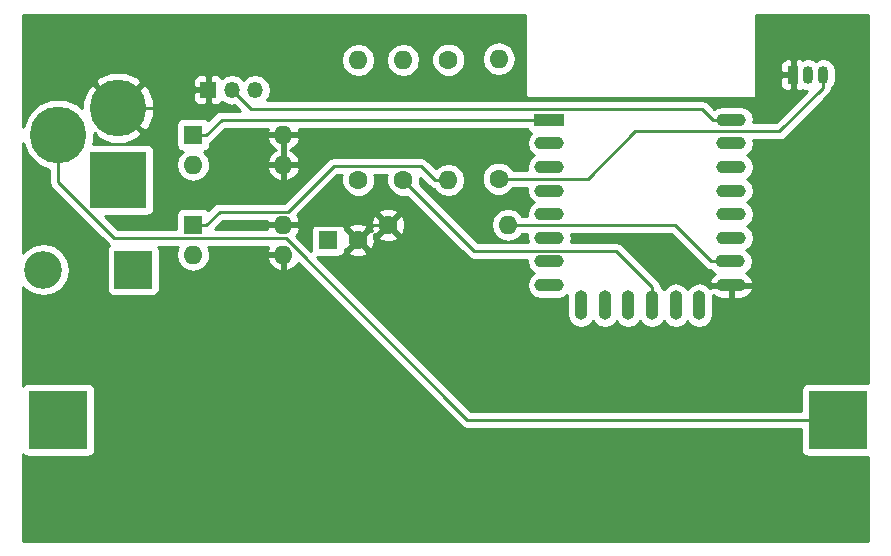
<source format=gbr>
G04 #@! TF.FileFunction,Copper,L1,Top,Signal*
%FSLAX46Y46*%
G04 Gerber Fmt 4.6, Leading zero omitted, Abs format (unit mm)*
G04 Created by KiCad (PCBNEW 4.0.6+dfsg1-1) date Thu Nov  9 23:11:41 2017*
%MOMM*%
%LPD*%
G01*
G04 APERTURE LIST*
%ADD10C,0.100000*%
%ADD11R,5.000000X5.000000*%
%ADD12R,1.600000X1.600000*%
%ADD13C,1.600000*%
%ADD14R,3.200000X3.200000*%
%ADD15O,3.200000X3.200000*%
%ADD16R,1.350000X1.350000*%
%ADD17O,1.350000X1.350000*%
%ADD18C,4.800000*%
%ADD19R,4.800000X4.800000*%
%ADD20O,1.600000X1.600000*%
%ADD21R,2.500000X1.100000*%
%ADD22O,2.500000X1.100000*%
%ADD23O,1.100000X2.500000*%
%ADD24O,0.899160X1.501140*%
%ADD25R,0.899160X1.501140*%
%ADD26C,0.250000*%
%ADD27C,0.254000*%
G04 APERTURE END LIST*
D10*
D11*
X158750000Y-105410000D03*
X92710000Y-105410000D03*
D12*
X115570000Y-90170000D03*
D13*
X118070000Y-90170000D03*
D14*
X99060000Y-92710000D03*
D15*
X91440000Y-92710000D03*
D16*
X105410000Y-77470000D03*
D17*
X107410000Y-77470000D03*
X109410000Y-77470000D03*
D18*
X97790000Y-78990000D03*
D19*
X97790000Y-85090000D03*
D18*
X92710000Y-81280000D03*
D13*
X130000000Y-85000000D03*
D20*
X130000000Y-74840000D03*
D13*
X125730000Y-74930000D03*
D20*
X125730000Y-85090000D03*
D13*
X121920000Y-85090000D03*
D20*
X121920000Y-74930000D03*
D13*
X118110000Y-85090000D03*
D20*
X118110000Y-74930000D03*
D13*
X120650000Y-88900000D03*
D20*
X130810000Y-88900000D03*
D12*
X104140000Y-81280000D03*
D20*
X111760000Y-83820000D03*
X104140000Y-83820000D03*
X111760000Y-81280000D03*
D12*
X104140000Y-88900000D03*
D20*
X111760000Y-91440000D03*
X104140000Y-91440000D03*
X111760000Y-88900000D03*
D21*
X134300000Y-80000000D03*
D22*
X134300000Y-82000000D03*
X134300000Y-84000000D03*
X134300000Y-86000000D03*
X134300000Y-88000000D03*
X134300000Y-90000000D03*
X134300000Y-92000000D03*
X134300000Y-94000000D03*
X149700000Y-94000000D03*
X149600000Y-92000000D03*
X149700000Y-90000000D03*
X149700000Y-88000000D03*
X149700000Y-86000000D03*
X149700000Y-84000000D03*
X149700000Y-82000000D03*
X149700000Y-80000000D03*
D23*
X136990000Y-95700000D03*
X138990000Y-95700000D03*
X140990000Y-95700000D03*
X142990000Y-95700000D03*
X144990000Y-95700000D03*
X146990000Y-95700000D03*
D24*
X156210000Y-76200000D03*
X157480000Y-76200000D03*
D25*
X154940000Y-76200000D03*
D26*
X102889700Y-78990000D02*
X104409700Y-77470000D01*
X97790000Y-78990000D02*
X102889700Y-78990000D01*
X105410000Y-77470000D02*
X104409700Y-77470000D01*
X119340000Y-88900000D02*
X118070000Y-90170000D01*
X120650000Y-88900000D02*
X119340000Y-88900000D01*
X116800000Y-88900000D02*
X118070000Y-90170000D01*
X111760000Y-88900000D02*
X116800000Y-88900000D01*
X137538500Y-85000000D02*
X130000000Y-85000000D01*
X141560600Y-80977900D02*
X137538500Y-85000000D01*
X153778000Y-80977900D02*
X141560600Y-80977900D01*
X157480000Y-77275900D02*
X153778000Y-80977900D01*
X157480000Y-76200000D02*
X157480000Y-77275900D01*
X109064700Y-79124700D02*
X107410000Y-77470000D01*
X147249400Y-79124700D02*
X109064700Y-79124700D01*
X148124700Y-80000000D02*
X147249400Y-79124700D01*
X149000000Y-80000000D02*
X148124700Y-80000000D01*
X106545300Y-80000000D02*
X105265300Y-81280000D01*
X135000000Y-80000000D02*
X106545300Y-80000000D01*
X104140000Y-81280000D02*
X105265300Y-81280000D01*
X104140000Y-88900000D02*
X105265300Y-88900000D01*
X125730000Y-85090000D02*
X124604700Y-85090000D01*
X106390600Y-87774700D02*
X105265300Y-88900000D01*
X112159600Y-87774700D02*
X106390600Y-87774700D01*
X116026000Y-83908300D02*
X112159600Y-87774700D01*
X123423000Y-83908300D02*
X116026000Y-83908300D01*
X124604700Y-85090000D02*
X123423000Y-83908300D01*
X142990000Y-95000000D02*
X142990000Y-94124700D01*
X127944400Y-91114400D02*
X121920000Y-85090000D01*
X139979700Y-91114400D02*
X127944400Y-91114400D01*
X142990000Y-94124700D02*
X139979700Y-91114400D01*
X144924700Y-88900000D02*
X130810000Y-88900000D01*
X148024700Y-92000000D02*
X144924700Y-88900000D01*
X149000000Y-92000000D02*
X148024700Y-92000000D01*
X127345400Y-105410000D02*
X158750000Y-105410000D01*
X111960800Y-90025400D02*
X127345400Y-105410000D01*
X97447800Y-90025400D02*
X111960800Y-90025400D01*
X92710000Y-85287600D02*
X97447800Y-90025400D01*
X92710000Y-81280000D02*
X92710000Y-85287600D01*
D27*
G36*
X90135552Y-82996943D02*
X90988566Y-83851447D01*
X91950000Y-84250670D01*
X91950000Y-85287600D01*
X92007852Y-85578439D01*
X92172599Y-85825001D01*
X96910399Y-90562801D01*
X97021917Y-90637315D01*
X97008559Y-90645910D01*
X96863569Y-90858110D01*
X96812560Y-91110000D01*
X96812560Y-94310000D01*
X96856838Y-94545317D01*
X96995910Y-94761441D01*
X97208110Y-94906431D01*
X97460000Y-94957440D01*
X100660000Y-94957440D01*
X100895317Y-94913162D01*
X101111441Y-94774090D01*
X101256431Y-94561890D01*
X101307440Y-94310000D01*
X101307440Y-91110000D01*
X101263162Y-90874683D01*
X101205710Y-90785400D01*
X102856579Y-90785400D01*
X102786120Y-90890849D01*
X102676887Y-91440000D01*
X102786120Y-91989151D01*
X103097189Y-92454698D01*
X103562736Y-92765767D01*
X104111887Y-92875000D01*
X104168113Y-92875000D01*
X104717264Y-92765767D01*
X105182811Y-92454698D01*
X105493880Y-91989151D01*
X105533684Y-91789039D01*
X110368096Y-91789039D01*
X110528959Y-92177423D01*
X110904866Y-92592389D01*
X111410959Y-92831914D01*
X111633000Y-92710629D01*
X111633000Y-91567000D01*
X110490085Y-91567000D01*
X110368096Y-91789039D01*
X105533684Y-91789039D01*
X105603113Y-91440000D01*
X105493880Y-90890849D01*
X105423421Y-90785400D01*
X110494655Y-90785400D01*
X110368096Y-91090961D01*
X110490085Y-91313000D01*
X111633000Y-91313000D01*
X111633000Y-91293000D01*
X111887000Y-91293000D01*
X111887000Y-91313000D01*
X111907000Y-91313000D01*
X111907000Y-91567000D01*
X111887000Y-91567000D01*
X111887000Y-92710629D01*
X112109041Y-92831914D01*
X112615134Y-92592389D01*
X112991041Y-92177423D01*
X113004800Y-92144202D01*
X126807999Y-105947401D01*
X127054561Y-106112148D01*
X127345400Y-106170000D01*
X155602560Y-106170000D01*
X155602560Y-107910000D01*
X155646838Y-108145317D01*
X155785910Y-108361441D01*
X155998110Y-108506431D01*
X156250000Y-108557440D01*
X161250000Y-108557440D01*
X161290000Y-108549913D01*
X161290000Y-115690000D01*
X89710000Y-115690000D01*
X89710000Y-108305635D01*
X89745910Y-108361441D01*
X89958110Y-108506431D01*
X90210000Y-108557440D01*
X95210000Y-108557440D01*
X95445317Y-108513162D01*
X95661441Y-108374090D01*
X95806431Y-108161890D01*
X95857440Y-107910000D01*
X95857440Y-102910000D01*
X95813162Y-102674683D01*
X95674090Y-102458559D01*
X95461890Y-102313569D01*
X95210000Y-102262560D01*
X90210000Y-102262560D01*
X89974683Y-102306838D01*
X89758559Y-102445910D01*
X89710000Y-102516978D01*
X89710000Y-94131998D01*
X89815830Y-94290384D01*
X90540917Y-94774871D01*
X91396214Y-94945000D01*
X91483786Y-94945000D01*
X92339083Y-94774871D01*
X93064170Y-94290384D01*
X93548657Y-93565297D01*
X93718786Y-92710000D01*
X93548657Y-91854703D01*
X93064170Y-91129616D01*
X92339083Y-90645129D01*
X91483786Y-90475000D01*
X91396214Y-90475000D01*
X90540917Y-90645129D01*
X89815830Y-91129616D01*
X89710000Y-91288002D01*
X89710000Y-81967029D01*
X90135552Y-82996943D01*
X90135552Y-82996943D01*
G37*
X90135552Y-82996943D02*
X90988566Y-83851447D01*
X91950000Y-84250670D01*
X91950000Y-85287600D01*
X92007852Y-85578439D01*
X92172599Y-85825001D01*
X96910399Y-90562801D01*
X97021917Y-90637315D01*
X97008559Y-90645910D01*
X96863569Y-90858110D01*
X96812560Y-91110000D01*
X96812560Y-94310000D01*
X96856838Y-94545317D01*
X96995910Y-94761441D01*
X97208110Y-94906431D01*
X97460000Y-94957440D01*
X100660000Y-94957440D01*
X100895317Y-94913162D01*
X101111441Y-94774090D01*
X101256431Y-94561890D01*
X101307440Y-94310000D01*
X101307440Y-91110000D01*
X101263162Y-90874683D01*
X101205710Y-90785400D01*
X102856579Y-90785400D01*
X102786120Y-90890849D01*
X102676887Y-91440000D01*
X102786120Y-91989151D01*
X103097189Y-92454698D01*
X103562736Y-92765767D01*
X104111887Y-92875000D01*
X104168113Y-92875000D01*
X104717264Y-92765767D01*
X105182811Y-92454698D01*
X105493880Y-91989151D01*
X105533684Y-91789039D01*
X110368096Y-91789039D01*
X110528959Y-92177423D01*
X110904866Y-92592389D01*
X111410959Y-92831914D01*
X111633000Y-92710629D01*
X111633000Y-91567000D01*
X110490085Y-91567000D01*
X110368096Y-91789039D01*
X105533684Y-91789039D01*
X105603113Y-91440000D01*
X105493880Y-90890849D01*
X105423421Y-90785400D01*
X110494655Y-90785400D01*
X110368096Y-91090961D01*
X110490085Y-91313000D01*
X111633000Y-91313000D01*
X111633000Y-91293000D01*
X111887000Y-91293000D01*
X111887000Y-91313000D01*
X111907000Y-91313000D01*
X111907000Y-91567000D01*
X111887000Y-91567000D01*
X111887000Y-92710629D01*
X112109041Y-92831914D01*
X112615134Y-92592389D01*
X112991041Y-92177423D01*
X113004800Y-92144202D01*
X126807999Y-105947401D01*
X127054561Y-106112148D01*
X127345400Y-106170000D01*
X155602560Y-106170000D01*
X155602560Y-107910000D01*
X155646838Y-108145317D01*
X155785910Y-108361441D01*
X155998110Y-108506431D01*
X156250000Y-108557440D01*
X161250000Y-108557440D01*
X161290000Y-108549913D01*
X161290000Y-115690000D01*
X89710000Y-115690000D01*
X89710000Y-108305635D01*
X89745910Y-108361441D01*
X89958110Y-108506431D01*
X90210000Y-108557440D01*
X95210000Y-108557440D01*
X95445317Y-108513162D01*
X95661441Y-108374090D01*
X95806431Y-108161890D01*
X95857440Y-107910000D01*
X95857440Y-102910000D01*
X95813162Y-102674683D01*
X95674090Y-102458559D01*
X95461890Y-102313569D01*
X95210000Y-102262560D01*
X90210000Y-102262560D01*
X89974683Y-102306838D01*
X89758559Y-102445910D01*
X89710000Y-102516978D01*
X89710000Y-94131998D01*
X89815830Y-94290384D01*
X90540917Y-94774871D01*
X91396214Y-94945000D01*
X91483786Y-94945000D01*
X92339083Y-94774871D01*
X93064170Y-94290384D01*
X93548657Y-93565297D01*
X93718786Y-92710000D01*
X93548657Y-91854703D01*
X93064170Y-91129616D01*
X92339083Y-90645129D01*
X91483786Y-90475000D01*
X91396214Y-90475000D01*
X90540917Y-90645129D01*
X89815830Y-91129616D01*
X89710000Y-91288002D01*
X89710000Y-81967029D01*
X90135552Y-82996943D01*
G36*
X132273000Y-78000000D02*
X132281685Y-78046159D01*
X132282652Y-78047662D01*
X132283006Y-78049410D01*
X132296248Y-78068791D01*
X132308965Y-78088553D01*
X132310440Y-78089560D01*
X132311447Y-78091035D01*
X132331209Y-78103752D01*
X132350590Y-78116994D01*
X132352338Y-78117348D01*
X132353841Y-78118315D01*
X132400000Y-78127000D01*
X151700000Y-78127000D01*
X151746159Y-78118315D01*
X151747662Y-78117348D01*
X151749410Y-78116994D01*
X151768791Y-78103752D01*
X151788553Y-78091035D01*
X151789560Y-78089560D01*
X151791035Y-78088553D01*
X151803752Y-78068791D01*
X151816994Y-78049410D01*
X151817348Y-78047662D01*
X151818315Y-78046159D01*
X151827000Y-78000000D01*
X151827000Y-76485750D01*
X153855420Y-76485750D01*
X153855420Y-77076880D01*
X153952093Y-77310269D01*
X154130722Y-77488897D01*
X154364111Y-77585570D01*
X154654250Y-77585570D01*
X154813000Y-77426820D01*
X154813000Y-76327000D01*
X154014170Y-76327000D01*
X153855420Y-76485750D01*
X151827000Y-76485750D01*
X151827000Y-75323120D01*
X153855420Y-75323120D01*
X153855420Y-75914250D01*
X154014170Y-76073000D01*
X154813000Y-76073000D01*
X154813000Y-74973180D01*
X154654250Y-74814430D01*
X154364111Y-74814430D01*
X154130722Y-74911103D01*
X153952093Y-75089731D01*
X153855420Y-75323120D01*
X151827000Y-75323120D01*
X151827000Y-71110000D01*
X161290000Y-71110000D01*
X161290000Y-102270660D01*
X161250000Y-102262560D01*
X156250000Y-102262560D01*
X156014683Y-102306838D01*
X155798559Y-102445910D01*
X155653569Y-102658110D01*
X155602560Y-102910000D01*
X155602560Y-104650000D01*
X127660202Y-104650000D01*
X114591494Y-91581292D01*
X114770000Y-91617440D01*
X116370000Y-91617440D01*
X116605317Y-91573162D01*
X116821441Y-91434090D01*
X116966431Y-91221890D01*
X116975370Y-91177745D01*
X117241861Y-91177745D01*
X117315995Y-91423864D01*
X117853223Y-91616965D01*
X118423454Y-91589778D01*
X118824005Y-91423864D01*
X118898139Y-91177745D01*
X118070000Y-90349605D01*
X117241861Y-91177745D01*
X116975370Y-91177745D01*
X117014646Y-90983799D01*
X117062255Y-90998139D01*
X117890395Y-90170000D01*
X118249605Y-90170000D01*
X119077745Y-90998139D01*
X119323864Y-90924005D01*
X119516965Y-90386777D01*
X119494127Y-89907745D01*
X119821861Y-89907745D01*
X119895995Y-90153864D01*
X120433223Y-90346965D01*
X121003454Y-90319778D01*
X121404005Y-90153864D01*
X121478139Y-89907745D01*
X120650000Y-89079605D01*
X119821861Y-89907745D01*
X119494127Y-89907745D01*
X119489778Y-89816546D01*
X119426202Y-89663061D01*
X119642255Y-89728139D01*
X120470395Y-88900000D01*
X120829605Y-88900000D01*
X121657745Y-89728139D01*
X121903864Y-89654005D01*
X122096965Y-89116777D01*
X122069778Y-88546546D01*
X121903864Y-88145995D01*
X121657745Y-88071861D01*
X120829605Y-88900000D01*
X120470395Y-88900000D01*
X119642255Y-88071861D01*
X119396136Y-88145995D01*
X119203035Y-88683223D01*
X119230222Y-89253454D01*
X119293798Y-89406939D01*
X119077745Y-89341861D01*
X118249605Y-90170000D01*
X117890395Y-90170000D01*
X117062255Y-89341861D01*
X117014833Y-89356145D01*
X116978351Y-89162255D01*
X117241861Y-89162255D01*
X118070000Y-89990395D01*
X118898139Y-89162255D01*
X118824005Y-88916136D01*
X118286777Y-88723035D01*
X117716546Y-88750222D01*
X117315995Y-88916136D01*
X117241861Y-89162255D01*
X116978351Y-89162255D01*
X116973162Y-89134683D01*
X116834090Y-88918559D01*
X116621890Y-88773569D01*
X116370000Y-88722560D01*
X114770000Y-88722560D01*
X114534683Y-88766838D01*
X114318559Y-88905910D01*
X114173569Y-89118110D01*
X114122560Y-89370000D01*
X114122560Y-90970000D01*
X114155555Y-91145353D01*
X112827813Y-89817611D01*
X112991041Y-89637423D01*
X113151904Y-89249039D01*
X113029915Y-89027000D01*
X111887000Y-89027000D01*
X111887000Y-89047000D01*
X111633000Y-89047000D01*
X111633000Y-89027000D01*
X110490085Y-89027000D01*
X110368096Y-89249039D01*
X110374872Y-89265400D01*
X105974702Y-89265400D01*
X106705402Y-88534700D01*
X110374831Y-88534700D01*
X110368096Y-88550961D01*
X110490085Y-88773000D01*
X111633000Y-88773000D01*
X111633000Y-88753000D01*
X111887000Y-88753000D01*
X111887000Y-88773000D01*
X113029915Y-88773000D01*
X113151904Y-88550961D01*
X112991041Y-88162577D01*
X112922352Y-88086750D01*
X113116847Y-87892255D01*
X119821861Y-87892255D01*
X120650000Y-88720395D01*
X121478139Y-87892255D01*
X121404005Y-87646136D01*
X120866777Y-87453035D01*
X120296546Y-87480222D01*
X119895995Y-87646136D01*
X119821861Y-87892255D01*
X113116847Y-87892255D01*
X116340802Y-84668300D01*
X116731311Y-84668300D01*
X116675250Y-84803309D01*
X116674752Y-85374187D01*
X116892757Y-85901800D01*
X117296077Y-86305824D01*
X117823309Y-86524750D01*
X118394187Y-86525248D01*
X118921800Y-86307243D01*
X119325824Y-85903923D01*
X119544750Y-85376691D01*
X119545248Y-84805813D01*
X119488429Y-84668300D01*
X120541311Y-84668300D01*
X120485250Y-84803309D01*
X120484752Y-85374187D01*
X120702757Y-85901800D01*
X121106077Y-86305824D01*
X121633309Y-86524750D01*
X122204187Y-86525248D01*
X122258149Y-86502951D01*
X127406999Y-91651801D01*
X127653560Y-91816548D01*
X127944400Y-91874400D01*
X132403054Y-91874400D01*
X132378071Y-92000000D01*
X132468274Y-92453480D01*
X132725149Y-92837922D01*
X132967717Y-93000000D01*
X132725149Y-93162078D01*
X132468274Y-93546520D01*
X132378071Y-94000000D01*
X132468274Y-94453480D01*
X132725149Y-94837922D01*
X133109591Y-95094797D01*
X133563071Y-95185000D01*
X135036929Y-95185000D01*
X135490409Y-95094797D01*
X135823003Y-94872566D01*
X135805000Y-94963071D01*
X135805000Y-96436929D01*
X135895203Y-96890409D01*
X136152078Y-97274851D01*
X136536520Y-97531726D01*
X136990000Y-97621929D01*
X137443480Y-97531726D01*
X137827922Y-97274851D01*
X137990000Y-97032283D01*
X138152078Y-97274851D01*
X138536520Y-97531726D01*
X138990000Y-97621929D01*
X139443480Y-97531726D01*
X139827922Y-97274851D01*
X139990000Y-97032283D01*
X140152078Y-97274851D01*
X140536520Y-97531726D01*
X140990000Y-97621929D01*
X141443480Y-97531726D01*
X141827922Y-97274851D01*
X141990000Y-97032283D01*
X142152078Y-97274851D01*
X142536520Y-97531726D01*
X142990000Y-97621929D01*
X143443480Y-97531726D01*
X143827922Y-97274851D01*
X143990000Y-97032283D01*
X144152078Y-97274851D01*
X144536520Y-97531726D01*
X144990000Y-97621929D01*
X145443480Y-97531726D01*
X145827922Y-97274851D01*
X145990000Y-97032283D01*
X146152078Y-97274851D01*
X146536520Y-97531726D01*
X146990000Y-97621929D01*
X147443480Y-97531726D01*
X147827922Y-97274851D01*
X148084797Y-96890409D01*
X148175000Y-96436929D01*
X148175000Y-94963071D01*
X148144190Y-94808177D01*
X148429187Y-95046196D01*
X148873000Y-95185000D01*
X149573000Y-95185000D01*
X149573000Y-94127000D01*
X149827000Y-94127000D01*
X149827000Y-95185000D01*
X150527000Y-95185000D01*
X150970813Y-95046196D01*
X151327724Y-94748118D01*
X151543398Y-94336146D01*
X151543803Y-94309744D01*
X151418361Y-94127000D01*
X149827000Y-94127000D01*
X149573000Y-94127000D01*
X147981639Y-94127000D01*
X147904371Y-94239564D01*
X147827922Y-94125149D01*
X147443480Y-93868274D01*
X146990000Y-93778071D01*
X146536520Y-93868274D01*
X146152078Y-94125149D01*
X145990000Y-94367717D01*
X145827922Y-94125149D01*
X145443480Y-93868274D01*
X144990000Y-93778071D01*
X144536520Y-93868274D01*
X144152078Y-94125149D01*
X143990000Y-94367717D01*
X143827922Y-94125149D01*
X143738159Y-94065171D01*
X143692148Y-93833861D01*
X143527401Y-93587299D01*
X140517101Y-90576999D01*
X140270539Y-90412252D01*
X139979700Y-90354400D01*
X136151434Y-90354400D01*
X136221929Y-90000000D01*
X136154299Y-89660000D01*
X144609898Y-89660000D01*
X147487299Y-92537401D01*
X147733861Y-92702148D01*
X147965171Y-92748159D01*
X148025149Y-92837922D01*
X148326691Y-93039405D01*
X148072276Y-93251882D01*
X147856602Y-93663854D01*
X147856197Y-93690256D01*
X147981639Y-93873000D01*
X149573000Y-93873000D01*
X149573000Y-93853000D01*
X149827000Y-93853000D01*
X149827000Y-93873000D01*
X151418361Y-93873000D01*
X151543803Y-93690256D01*
X151543398Y-93663854D01*
X151327724Y-93251882D01*
X150984417Y-92965165D01*
X151174851Y-92837922D01*
X151431726Y-92453480D01*
X151521929Y-92000000D01*
X151431726Y-91546520D01*
X151174851Y-91162078D01*
X150982283Y-91033409D01*
X151274851Y-90837922D01*
X151531726Y-90453480D01*
X151621929Y-90000000D01*
X151531726Y-89546520D01*
X151274851Y-89162078D01*
X151032283Y-89000000D01*
X151274851Y-88837922D01*
X151531726Y-88453480D01*
X151621929Y-88000000D01*
X151531726Y-87546520D01*
X151274851Y-87162078D01*
X151032283Y-87000000D01*
X151274851Y-86837922D01*
X151531726Y-86453480D01*
X151621929Y-86000000D01*
X151531726Y-85546520D01*
X151274851Y-85162078D01*
X151032283Y-85000000D01*
X151274851Y-84837922D01*
X151531726Y-84453480D01*
X151621929Y-84000000D01*
X151531726Y-83546520D01*
X151274851Y-83162078D01*
X151032283Y-83000000D01*
X151274851Y-82837922D01*
X151531726Y-82453480D01*
X151621929Y-82000000D01*
X151569794Y-81737900D01*
X153778000Y-81737900D01*
X154068839Y-81680048D01*
X154315401Y-81515301D01*
X158017401Y-77813301D01*
X158182148Y-77566739D01*
X158234547Y-77303312D01*
X158246914Y-77295049D01*
X158482021Y-76943186D01*
X158564580Y-76528135D01*
X158564580Y-75871865D01*
X158482021Y-75456814D01*
X158246914Y-75104951D01*
X157895051Y-74869844D01*
X157480000Y-74787285D01*
X157064949Y-74869844D01*
X156845000Y-75016809D01*
X156625051Y-74869844D01*
X156210000Y-74787285D01*
X155794949Y-74869844D01*
X155739353Y-74906992D01*
X155515889Y-74814430D01*
X155225750Y-74814430D01*
X155067000Y-74973180D01*
X155067000Y-76073000D01*
X155087000Y-76073000D01*
X155087000Y-76327000D01*
X155067000Y-76327000D01*
X155067000Y-77426820D01*
X155225750Y-77585570D01*
X155515889Y-77585570D01*
X155739353Y-77493008D01*
X155794949Y-77530156D01*
X156091879Y-77589219D01*
X153463198Y-80217900D01*
X151578586Y-80217900D01*
X151621929Y-80000000D01*
X151531726Y-79546520D01*
X151274851Y-79162078D01*
X150890409Y-78905203D01*
X150436929Y-78815000D01*
X148963071Y-78815000D01*
X148509591Y-78905203D01*
X148266879Y-79067377D01*
X147786801Y-78587299D01*
X147540239Y-78422552D01*
X147249400Y-78364700D01*
X110374579Y-78364700D01*
X110620282Y-77996979D01*
X110720000Y-77495664D01*
X110720000Y-77444336D01*
X110620282Y-76943021D01*
X110336310Y-76518026D01*
X109911315Y-76234054D01*
X109410000Y-76134336D01*
X108908685Y-76234054D01*
X108483690Y-76518026D01*
X108410000Y-76628311D01*
X108336310Y-76518026D01*
X107911315Y-76234054D01*
X107410000Y-76134336D01*
X106908685Y-76234054D01*
X106616986Y-76428961D01*
X106444699Y-76256673D01*
X106211310Y-76160000D01*
X105695750Y-76160000D01*
X105537000Y-76318750D01*
X105537000Y-77343000D01*
X105557000Y-77343000D01*
X105557000Y-77597000D01*
X105537000Y-77597000D01*
X105537000Y-78621250D01*
X105695750Y-78780000D01*
X106211310Y-78780000D01*
X106444699Y-78683327D01*
X106616986Y-78511039D01*
X106908685Y-78705946D01*
X107410000Y-78805664D01*
X107627582Y-78762384D01*
X108105198Y-79240000D01*
X106545300Y-79240000D01*
X106254460Y-79297852D01*
X106007899Y-79462599D01*
X105418909Y-80051589D01*
X105404090Y-80028559D01*
X105191890Y-79883569D01*
X104940000Y-79832560D01*
X103340000Y-79832560D01*
X103104683Y-79876838D01*
X102888559Y-80015910D01*
X102743569Y-80228110D01*
X102692560Y-80480000D01*
X102692560Y-82080000D01*
X102736838Y-82315317D01*
X102875910Y-82531441D01*
X103088110Y-82676431D01*
X103243089Y-82707815D01*
X103097189Y-82805302D01*
X102786120Y-83270849D01*
X102676887Y-83820000D01*
X102786120Y-84369151D01*
X103097189Y-84834698D01*
X103562736Y-85145767D01*
X104111887Y-85255000D01*
X104168113Y-85255000D01*
X104717264Y-85145767D01*
X105182811Y-84834698D01*
X105493880Y-84369151D01*
X105533684Y-84169039D01*
X110368096Y-84169039D01*
X110528959Y-84557423D01*
X110904866Y-84972389D01*
X111410959Y-85211914D01*
X111633000Y-85090629D01*
X111633000Y-83947000D01*
X111887000Y-83947000D01*
X111887000Y-85090629D01*
X112109041Y-85211914D01*
X112615134Y-84972389D01*
X112991041Y-84557423D01*
X113151904Y-84169039D01*
X113029915Y-83947000D01*
X111887000Y-83947000D01*
X111633000Y-83947000D01*
X110490085Y-83947000D01*
X110368096Y-84169039D01*
X105533684Y-84169039D01*
X105603113Y-83820000D01*
X105493880Y-83270849D01*
X105182811Y-82805302D01*
X105038535Y-82708899D01*
X105175317Y-82683162D01*
X105391441Y-82544090D01*
X105536431Y-82331890D01*
X105587440Y-82080000D01*
X105587440Y-81961233D01*
X105802701Y-81817401D01*
X105991063Y-81629039D01*
X110368096Y-81629039D01*
X110528959Y-82017423D01*
X110904866Y-82432389D01*
X111153367Y-82550000D01*
X110904866Y-82667611D01*
X110528959Y-83082577D01*
X110368096Y-83470961D01*
X110490085Y-83693000D01*
X111633000Y-83693000D01*
X111633000Y-81407000D01*
X111887000Y-81407000D01*
X111887000Y-83693000D01*
X113029915Y-83693000D01*
X113151904Y-83470961D01*
X112991041Y-83082577D01*
X112615134Y-82667611D01*
X112366633Y-82550000D01*
X112615134Y-82432389D01*
X112991041Y-82017423D01*
X113151904Y-81629039D01*
X113029915Y-81407000D01*
X111887000Y-81407000D01*
X111633000Y-81407000D01*
X110490085Y-81407000D01*
X110368096Y-81629039D01*
X105991063Y-81629039D01*
X106860102Y-80760000D01*
X110438906Y-80760000D01*
X110368096Y-80930961D01*
X110490085Y-81153000D01*
X111633000Y-81153000D01*
X111633000Y-81133000D01*
X111887000Y-81133000D01*
X111887000Y-81153000D01*
X113029915Y-81153000D01*
X113151904Y-80930961D01*
X113081094Y-80760000D01*
X132442074Y-80760000D01*
X132446838Y-80785317D01*
X132585910Y-81001441D01*
X132773615Y-81129694D01*
X132725149Y-81162078D01*
X132468274Y-81546520D01*
X132378071Y-82000000D01*
X132468274Y-82453480D01*
X132725149Y-82837922D01*
X132967717Y-83000000D01*
X132725149Y-83162078D01*
X132468274Y-83546520D01*
X132378071Y-84000000D01*
X132425810Y-84240000D01*
X131238646Y-84240000D01*
X131217243Y-84188200D01*
X130813923Y-83784176D01*
X130286691Y-83565250D01*
X129715813Y-83564752D01*
X129188200Y-83782757D01*
X128784176Y-84186077D01*
X128565250Y-84713309D01*
X128564752Y-85284187D01*
X128782757Y-85811800D01*
X129186077Y-86215824D01*
X129713309Y-86434750D01*
X130284187Y-86435248D01*
X130811800Y-86217243D01*
X131215824Y-85813923D01*
X131238215Y-85760000D01*
X132425810Y-85760000D01*
X132378071Y-86000000D01*
X132468274Y-86453480D01*
X132725149Y-86837922D01*
X132967717Y-87000000D01*
X132725149Y-87162078D01*
X132468274Y-87546520D01*
X132378071Y-88000000D01*
X132405919Y-88140000D01*
X132022995Y-88140000D01*
X131852811Y-87885302D01*
X131387264Y-87574233D01*
X130838113Y-87465000D01*
X130781887Y-87465000D01*
X130232736Y-87574233D01*
X129767189Y-87885302D01*
X129456120Y-88350849D01*
X129346887Y-88900000D01*
X129456120Y-89449151D01*
X129767189Y-89914698D01*
X130232736Y-90225767D01*
X130781887Y-90335000D01*
X130838113Y-90335000D01*
X131387264Y-90225767D01*
X131852811Y-89914698D01*
X132022995Y-89660000D01*
X132445701Y-89660000D01*
X132378071Y-90000000D01*
X132448566Y-90354400D01*
X128259202Y-90354400D01*
X123333256Y-85428454D01*
X123354750Y-85376691D01*
X123355153Y-84915255D01*
X124067299Y-85627401D01*
X124313860Y-85792148D01*
X124514321Y-85832022D01*
X124715302Y-86132811D01*
X125180849Y-86443880D01*
X125730000Y-86553113D01*
X126279151Y-86443880D01*
X126744698Y-86132811D01*
X127055767Y-85667264D01*
X127165000Y-85118113D01*
X127165000Y-85061887D01*
X127055767Y-84512736D01*
X126744698Y-84047189D01*
X126279151Y-83736120D01*
X125730000Y-83626887D01*
X125180849Y-83736120D01*
X124715302Y-84047189D01*
X124683815Y-84094313D01*
X123960401Y-83370899D01*
X123713839Y-83206152D01*
X123423000Y-83148300D01*
X116026000Y-83148300D01*
X115735160Y-83206152D01*
X115488599Y-83370899D01*
X111844798Y-87014700D01*
X106390600Y-87014700D01*
X106099761Y-87072552D01*
X105853199Y-87237299D01*
X105418909Y-87671589D01*
X105404090Y-87648559D01*
X105191890Y-87503569D01*
X104940000Y-87452560D01*
X103340000Y-87452560D01*
X103104683Y-87496838D01*
X102888559Y-87635910D01*
X102743569Y-87848110D01*
X102692560Y-88100000D01*
X102692560Y-89265400D01*
X97762602Y-89265400D01*
X96634642Y-88137440D01*
X100190000Y-88137440D01*
X100425317Y-88093162D01*
X100641441Y-87954090D01*
X100786431Y-87741890D01*
X100837440Y-87490000D01*
X100837440Y-82690000D01*
X100793162Y-82454683D01*
X100654090Y-82238559D01*
X100441890Y-82093569D01*
X100190000Y-82042560D01*
X95679607Y-82042560D01*
X95744472Y-81886347D01*
X95745058Y-81214550D01*
X95805887Y-81153721D01*
X96075400Y-81566010D01*
X97191713Y-82026072D01*
X98399109Y-82023919D01*
X99504600Y-81566010D01*
X99774114Y-81153719D01*
X97790000Y-79169605D01*
X97775858Y-79183748D01*
X97596253Y-79004143D01*
X97610395Y-78990000D01*
X97969605Y-78990000D01*
X99953719Y-80974114D01*
X100366010Y-80704600D01*
X100826072Y-79588287D01*
X100823919Y-78380891D01*
X100564978Y-77755750D01*
X104100000Y-77755750D01*
X104100000Y-78271309D01*
X104196673Y-78504698D01*
X104375301Y-78683327D01*
X104608690Y-78780000D01*
X105124250Y-78780000D01*
X105283000Y-78621250D01*
X105283000Y-77597000D01*
X104258750Y-77597000D01*
X104100000Y-77755750D01*
X100564978Y-77755750D01*
X100366010Y-77275400D01*
X99953719Y-77005886D01*
X97969605Y-78990000D01*
X97610395Y-78990000D01*
X95626281Y-77005886D01*
X95213990Y-77275400D01*
X94753928Y-78391713D01*
X94755071Y-79032755D01*
X94431434Y-78708553D01*
X93316347Y-78245528D01*
X92108950Y-78244474D01*
X90993057Y-78705552D01*
X90138553Y-79558566D01*
X89710000Y-80590635D01*
X89710000Y-76826281D01*
X95805886Y-76826281D01*
X97790000Y-78810395D01*
X99774114Y-76826281D01*
X99671098Y-76668691D01*
X104100000Y-76668691D01*
X104100000Y-77184250D01*
X104258750Y-77343000D01*
X105283000Y-77343000D01*
X105283000Y-76318750D01*
X105124250Y-76160000D01*
X104608690Y-76160000D01*
X104375301Y-76256673D01*
X104196673Y-76435302D01*
X104100000Y-76668691D01*
X99671098Y-76668691D01*
X99504600Y-76413990D01*
X98388287Y-75953928D01*
X97180891Y-75956081D01*
X96075400Y-76413990D01*
X95805886Y-76826281D01*
X89710000Y-76826281D01*
X89710000Y-74901887D01*
X116675000Y-74901887D01*
X116675000Y-74958113D01*
X116784233Y-75507264D01*
X117095302Y-75972811D01*
X117560849Y-76283880D01*
X118110000Y-76393113D01*
X118659151Y-76283880D01*
X119124698Y-75972811D01*
X119435767Y-75507264D01*
X119545000Y-74958113D01*
X119545000Y-74901887D01*
X120485000Y-74901887D01*
X120485000Y-74958113D01*
X120594233Y-75507264D01*
X120905302Y-75972811D01*
X121370849Y-76283880D01*
X121920000Y-76393113D01*
X122469151Y-76283880D01*
X122934698Y-75972811D01*
X123245767Y-75507264D01*
X123304063Y-75214187D01*
X124294752Y-75214187D01*
X124512757Y-75741800D01*
X124916077Y-76145824D01*
X125443309Y-76364750D01*
X126014187Y-76365248D01*
X126541800Y-76147243D01*
X126945824Y-75743923D01*
X127164750Y-75216691D01*
X127165103Y-74811887D01*
X128565000Y-74811887D01*
X128565000Y-74868113D01*
X128674233Y-75417264D01*
X128985302Y-75882811D01*
X129450849Y-76193880D01*
X130000000Y-76303113D01*
X130549151Y-76193880D01*
X131014698Y-75882811D01*
X131325767Y-75417264D01*
X131435000Y-74868113D01*
X131435000Y-74811887D01*
X131325767Y-74262736D01*
X131014698Y-73797189D01*
X130549151Y-73486120D01*
X130000000Y-73376887D01*
X129450849Y-73486120D01*
X128985302Y-73797189D01*
X128674233Y-74262736D01*
X128565000Y-74811887D01*
X127165103Y-74811887D01*
X127165248Y-74645813D01*
X126947243Y-74118200D01*
X126543923Y-73714176D01*
X126016691Y-73495250D01*
X125445813Y-73494752D01*
X124918200Y-73712757D01*
X124514176Y-74116077D01*
X124295250Y-74643309D01*
X124294752Y-75214187D01*
X123304063Y-75214187D01*
X123355000Y-74958113D01*
X123355000Y-74901887D01*
X123245767Y-74352736D01*
X122934698Y-73887189D01*
X122469151Y-73576120D01*
X121920000Y-73466887D01*
X121370849Y-73576120D01*
X120905302Y-73887189D01*
X120594233Y-74352736D01*
X120485000Y-74901887D01*
X119545000Y-74901887D01*
X119435767Y-74352736D01*
X119124698Y-73887189D01*
X118659151Y-73576120D01*
X118110000Y-73466887D01*
X117560849Y-73576120D01*
X117095302Y-73887189D01*
X116784233Y-74352736D01*
X116675000Y-74901887D01*
X89710000Y-74901887D01*
X89710000Y-71110000D01*
X132273000Y-71110000D01*
X132273000Y-78000000D01*
X132273000Y-78000000D01*
G37*
X132273000Y-78000000D02*
X132281685Y-78046159D01*
X132282652Y-78047662D01*
X132283006Y-78049410D01*
X132296248Y-78068791D01*
X132308965Y-78088553D01*
X132310440Y-78089560D01*
X132311447Y-78091035D01*
X132331209Y-78103752D01*
X132350590Y-78116994D01*
X132352338Y-78117348D01*
X132353841Y-78118315D01*
X132400000Y-78127000D01*
X151700000Y-78127000D01*
X151746159Y-78118315D01*
X151747662Y-78117348D01*
X151749410Y-78116994D01*
X151768791Y-78103752D01*
X151788553Y-78091035D01*
X151789560Y-78089560D01*
X151791035Y-78088553D01*
X151803752Y-78068791D01*
X151816994Y-78049410D01*
X151817348Y-78047662D01*
X151818315Y-78046159D01*
X151827000Y-78000000D01*
X151827000Y-76485750D01*
X153855420Y-76485750D01*
X153855420Y-77076880D01*
X153952093Y-77310269D01*
X154130722Y-77488897D01*
X154364111Y-77585570D01*
X154654250Y-77585570D01*
X154813000Y-77426820D01*
X154813000Y-76327000D01*
X154014170Y-76327000D01*
X153855420Y-76485750D01*
X151827000Y-76485750D01*
X151827000Y-75323120D01*
X153855420Y-75323120D01*
X153855420Y-75914250D01*
X154014170Y-76073000D01*
X154813000Y-76073000D01*
X154813000Y-74973180D01*
X154654250Y-74814430D01*
X154364111Y-74814430D01*
X154130722Y-74911103D01*
X153952093Y-75089731D01*
X153855420Y-75323120D01*
X151827000Y-75323120D01*
X151827000Y-71110000D01*
X161290000Y-71110000D01*
X161290000Y-102270660D01*
X161250000Y-102262560D01*
X156250000Y-102262560D01*
X156014683Y-102306838D01*
X155798559Y-102445910D01*
X155653569Y-102658110D01*
X155602560Y-102910000D01*
X155602560Y-104650000D01*
X127660202Y-104650000D01*
X114591494Y-91581292D01*
X114770000Y-91617440D01*
X116370000Y-91617440D01*
X116605317Y-91573162D01*
X116821441Y-91434090D01*
X116966431Y-91221890D01*
X116975370Y-91177745D01*
X117241861Y-91177745D01*
X117315995Y-91423864D01*
X117853223Y-91616965D01*
X118423454Y-91589778D01*
X118824005Y-91423864D01*
X118898139Y-91177745D01*
X118070000Y-90349605D01*
X117241861Y-91177745D01*
X116975370Y-91177745D01*
X117014646Y-90983799D01*
X117062255Y-90998139D01*
X117890395Y-90170000D01*
X118249605Y-90170000D01*
X119077745Y-90998139D01*
X119323864Y-90924005D01*
X119516965Y-90386777D01*
X119494127Y-89907745D01*
X119821861Y-89907745D01*
X119895995Y-90153864D01*
X120433223Y-90346965D01*
X121003454Y-90319778D01*
X121404005Y-90153864D01*
X121478139Y-89907745D01*
X120650000Y-89079605D01*
X119821861Y-89907745D01*
X119494127Y-89907745D01*
X119489778Y-89816546D01*
X119426202Y-89663061D01*
X119642255Y-89728139D01*
X120470395Y-88900000D01*
X120829605Y-88900000D01*
X121657745Y-89728139D01*
X121903864Y-89654005D01*
X122096965Y-89116777D01*
X122069778Y-88546546D01*
X121903864Y-88145995D01*
X121657745Y-88071861D01*
X120829605Y-88900000D01*
X120470395Y-88900000D01*
X119642255Y-88071861D01*
X119396136Y-88145995D01*
X119203035Y-88683223D01*
X119230222Y-89253454D01*
X119293798Y-89406939D01*
X119077745Y-89341861D01*
X118249605Y-90170000D01*
X117890395Y-90170000D01*
X117062255Y-89341861D01*
X117014833Y-89356145D01*
X116978351Y-89162255D01*
X117241861Y-89162255D01*
X118070000Y-89990395D01*
X118898139Y-89162255D01*
X118824005Y-88916136D01*
X118286777Y-88723035D01*
X117716546Y-88750222D01*
X117315995Y-88916136D01*
X117241861Y-89162255D01*
X116978351Y-89162255D01*
X116973162Y-89134683D01*
X116834090Y-88918559D01*
X116621890Y-88773569D01*
X116370000Y-88722560D01*
X114770000Y-88722560D01*
X114534683Y-88766838D01*
X114318559Y-88905910D01*
X114173569Y-89118110D01*
X114122560Y-89370000D01*
X114122560Y-90970000D01*
X114155555Y-91145353D01*
X112827813Y-89817611D01*
X112991041Y-89637423D01*
X113151904Y-89249039D01*
X113029915Y-89027000D01*
X111887000Y-89027000D01*
X111887000Y-89047000D01*
X111633000Y-89047000D01*
X111633000Y-89027000D01*
X110490085Y-89027000D01*
X110368096Y-89249039D01*
X110374872Y-89265400D01*
X105974702Y-89265400D01*
X106705402Y-88534700D01*
X110374831Y-88534700D01*
X110368096Y-88550961D01*
X110490085Y-88773000D01*
X111633000Y-88773000D01*
X111633000Y-88753000D01*
X111887000Y-88753000D01*
X111887000Y-88773000D01*
X113029915Y-88773000D01*
X113151904Y-88550961D01*
X112991041Y-88162577D01*
X112922352Y-88086750D01*
X113116847Y-87892255D01*
X119821861Y-87892255D01*
X120650000Y-88720395D01*
X121478139Y-87892255D01*
X121404005Y-87646136D01*
X120866777Y-87453035D01*
X120296546Y-87480222D01*
X119895995Y-87646136D01*
X119821861Y-87892255D01*
X113116847Y-87892255D01*
X116340802Y-84668300D01*
X116731311Y-84668300D01*
X116675250Y-84803309D01*
X116674752Y-85374187D01*
X116892757Y-85901800D01*
X117296077Y-86305824D01*
X117823309Y-86524750D01*
X118394187Y-86525248D01*
X118921800Y-86307243D01*
X119325824Y-85903923D01*
X119544750Y-85376691D01*
X119545248Y-84805813D01*
X119488429Y-84668300D01*
X120541311Y-84668300D01*
X120485250Y-84803309D01*
X120484752Y-85374187D01*
X120702757Y-85901800D01*
X121106077Y-86305824D01*
X121633309Y-86524750D01*
X122204187Y-86525248D01*
X122258149Y-86502951D01*
X127406999Y-91651801D01*
X127653560Y-91816548D01*
X127944400Y-91874400D01*
X132403054Y-91874400D01*
X132378071Y-92000000D01*
X132468274Y-92453480D01*
X132725149Y-92837922D01*
X132967717Y-93000000D01*
X132725149Y-93162078D01*
X132468274Y-93546520D01*
X132378071Y-94000000D01*
X132468274Y-94453480D01*
X132725149Y-94837922D01*
X133109591Y-95094797D01*
X133563071Y-95185000D01*
X135036929Y-95185000D01*
X135490409Y-95094797D01*
X135823003Y-94872566D01*
X135805000Y-94963071D01*
X135805000Y-96436929D01*
X135895203Y-96890409D01*
X136152078Y-97274851D01*
X136536520Y-97531726D01*
X136990000Y-97621929D01*
X137443480Y-97531726D01*
X137827922Y-97274851D01*
X137990000Y-97032283D01*
X138152078Y-97274851D01*
X138536520Y-97531726D01*
X138990000Y-97621929D01*
X139443480Y-97531726D01*
X139827922Y-97274851D01*
X139990000Y-97032283D01*
X140152078Y-97274851D01*
X140536520Y-97531726D01*
X140990000Y-97621929D01*
X141443480Y-97531726D01*
X141827922Y-97274851D01*
X141990000Y-97032283D01*
X142152078Y-97274851D01*
X142536520Y-97531726D01*
X142990000Y-97621929D01*
X143443480Y-97531726D01*
X143827922Y-97274851D01*
X143990000Y-97032283D01*
X144152078Y-97274851D01*
X144536520Y-97531726D01*
X144990000Y-97621929D01*
X145443480Y-97531726D01*
X145827922Y-97274851D01*
X145990000Y-97032283D01*
X146152078Y-97274851D01*
X146536520Y-97531726D01*
X146990000Y-97621929D01*
X147443480Y-97531726D01*
X147827922Y-97274851D01*
X148084797Y-96890409D01*
X148175000Y-96436929D01*
X148175000Y-94963071D01*
X148144190Y-94808177D01*
X148429187Y-95046196D01*
X148873000Y-95185000D01*
X149573000Y-95185000D01*
X149573000Y-94127000D01*
X149827000Y-94127000D01*
X149827000Y-95185000D01*
X150527000Y-95185000D01*
X150970813Y-95046196D01*
X151327724Y-94748118D01*
X151543398Y-94336146D01*
X151543803Y-94309744D01*
X151418361Y-94127000D01*
X149827000Y-94127000D01*
X149573000Y-94127000D01*
X147981639Y-94127000D01*
X147904371Y-94239564D01*
X147827922Y-94125149D01*
X147443480Y-93868274D01*
X146990000Y-93778071D01*
X146536520Y-93868274D01*
X146152078Y-94125149D01*
X145990000Y-94367717D01*
X145827922Y-94125149D01*
X145443480Y-93868274D01*
X144990000Y-93778071D01*
X144536520Y-93868274D01*
X144152078Y-94125149D01*
X143990000Y-94367717D01*
X143827922Y-94125149D01*
X143738159Y-94065171D01*
X143692148Y-93833861D01*
X143527401Y-93587299D01*
X140517101Y-90576999D01*
X140270539Y-90412252D01*
X139979700Y-90354400D01*
X136151434Y-90354400D01*
X136221929Y-90000000D01*
X136154299Y-89660000D01*
X144609898Y-89660000D01*
X147487299Y-92537401D01*
X147733861Y-92702148D01*
X147965171Y-92748159D01*
X148025149Y-92837922D01*
X148326691Y-93039405D01*
X148072276Y-93251882D01*
X147856602Y-93663854D01*
X147856197Y-93690256D01*
X147981639Y-93873000D01*
X149573000Y-93873000D01*
X149573000Y-93853000D01*
X149827000Y-93853000D01*
X149827000Y-93873000D01*
X151418361Y-93873000D01*
X151543803Y-93690256D01*
X151543398Y-93663854D01*
X151327724Y-93251882D01*
X150984417Y-92965165D01*
X151174851Y-92837922D01*
X151431726Y-92453480D01*
X151521929Y-92000000D01*
X151431726Y-91546520D01*
X151174851Y-91162078D01*
X150982283Y-91033409D01*
X151274851Y-90837922D01*
X151531726Y-90453480D01*
X151621929Y-90000000D01*
X151531726Y-89546520D01*
X151274851Y-89162078D01*
X151032283Y-89000000D01*
X151274851Y-88837922D01*
X151531726Y-88453480D01*
X151621929Y-88000000D01*
X151531726Y-87546520D01*
X151274851Y-87162078D01*
X151032283Y-87000000D01*
X151274851Y-86837922D01*
X151531726Y-86453480D01*
X151621929Y-86000000D01*
X151531726Y-85546520D01*
X151274851Y-85162078D01*
X151032283Y-85000000D01*
X151274851Y-84837922D01*
X151531726Y-84453480D01*
X151621929Y-84000000D01*
X151531726Y-83546520D01*
X151274851Y-83162078D01*
X151032283Y-83000000D01*
X151274851Y-82837922D01*
X151531726Y-82453480D01*
X151621929Y-82000000D01*
X151569794Y-81737900D01*
X153778000Y-81737900D01*
X154068839Y-81680048D01*
X154315401Y-81515301D01*
X158017401Y-77813301D01*
X158182148Y-77566739D01*
X158234547Y-77303312D01*
X158246914Y-77295049D01*
X158482021Y-76943186D01*
X158564580Y-76528135D01*
X158564580Y-75871865D01*
X158482021Y-75456814D01*
X158246914Y-75104951D01*
X157895051Y-74869844D01*
X157480000Y-74787285D01*
X157064949Y-74869844D01*
X156845000Y-75016809D01*
X156625051Y-74869844D01*
X156210000Y-74787285D01*
X155794949Y-74869844D01*
X155739353Y-74906992D01*
X155515889Y-74814430D01*
X155225750Y-74814430D01*
X155067000Y-74973180D01*
X155067000Y-76073000D01*
X155087000Y-76073000D01*
X155087000Y-76327000D01*
X155067000Y-76327000D01*
X155067000Y-77426820D01*
X155225750Y-77585570D01*
X155515889Y-77585570D01*
X155739353Y-77493008D01*
X155794949Y-77530156D01*
X156091879Y-77589219D01*
X153463198Y-80217900D01*
X151578586Y-80217900D01*
X151621929Y-80000000D01*
X151531726Y-79546520D01*
X151274851Y-79162078D01*
X150890409Y-78905203D01*
X150436929Y-78815000D01*
X148963071Y-78815000D01*
X148509591Y-78905203D01*
X148266879Y-79067377D01*
X147786801Y-78587299D01*
X147540239Y-78422552D01*
X147249400Y-78364700D01*
X110374579Y-78364700D01*
X110620282Y-77996979D01*
X110720000Y-77495664D01*
X110720000Y-77444336D01*
X110620282Y-76943021D01*
X110336310Y-76518026D01*
X109911315Y-76234054D01*
X109410000Y-76134336D01*
X108908685Y-76234054D01*
X108483690Y-76518026D01*
X108410000Y-76628311D01*
X108336310Y-76518026D01*
X107911315Y-76234054D01*
X107410000Y-76134336D01*
X106908685Y-76234054D01*
X106616986Y-76428961D01*
X106444699Y-76256673D01*
X106211310Y-76160000D01*
X105695750Y-76160000D01*
X105537000Y-76318750D01*
X105537000Y-77343000D01*
X105557000Y-77343000D01*
X105557000Y-77597000D01*
X105537000Y-77597000D01*
X105537000Y-78621250D01*
X105695750Y-78780000D01*
X106211310Y-78780000D01*
X106444699Y-78683327D01*
X106616986Y-78511039D01*
X106908685Y-78705946D01*
X107410000Y-78805664D01*
X107627582Y-78762384D01*
X108105198Y-79240000D01*
X106545300Y-79240000D01*
X106254460Y-79297852D01*
X106007899Y-79462599D01*
X105418909Y-80051589D01*
X105404090Y-80028559D01*
X105191890Y-79883569D01*
X104940000Y-79832560D01*
X103340000Y-79832560D01*
X103104683Y-79876838D01*
X102888559Y-80015910D01*
X102743569Y-80228110D01*
X102692560Y-80480000D01*
X102692560Y-82080000D01*
X102736838Y-82315317D01*
X102875910Y-82531441D01*
X103088110Y-82676431D01*
X103243089Y-82707815D01*
X103097189Y-82805302D01*
X102786120Y-83270849D01*
X102676887Y-83820000D01*
X102786120Y-84369151D01*
X103097189Y-84834698D01*
X103562736Y-85145767D01*
X104111887Y-85255000D01*
X104168113Y-85255000D01*
X104717264Y-85145767D01*
X105182811Y-84834698D01*
X105493880Y-84369151D01*
X105533684Y-84169039D01*
X110368096Y-84169039D01*
X110528959Y-84557423D01*
X110904866Y-84972389D01*
X111410959Y-85211914D01*
X111633000Y-85090629D01*
X111633000Y-83947000D01*
X111887000Y-83947000D01*
X111887000Y-85090629D01*
X112109041Y-85211914D01*
X112615134Y-84972389D01*
X112991041Y-84557423D01*
X113151904Y-84169039D01*
X113029915Y-83947000D01*
X111887000Y-83947000D01*
X111633000Y-83947000D01*
X110490085Y-83947000D01*
X110368096Y-84169039D01*
X105533684Y-84169039D01*
X105603113Y-83820000D01*
X105493880Y-83270849D01*
X105182811Y-82805302D01*
X105038535Y-82708899D01*
X105175317Y-82683162D01*
X105391441Y-82544090D01*
X105536431Y-82331890D01*
X105587440Y-82080000D01*
X105587440Y-81961233D01*
X105802701Y-81817401D01*
X105991063Y-81629039D01*
X110368096Y-81629039D01*
X110528959Y-82017423D01*
X110904866Y-82432389D01*
X111153367Y-82550000D01*
X110904866Y-82667611D01*
X110528959Y-83082577D01*
X110368096Y-83470961D01*
X110490085Y-83693000D01*
X111633000Y-83693000D01*
X111633000Y-81407000D01*
X111887000Y-81407000D01*
X111887000Y-83693000D01*
X113029915Y-83693000D01*
X113151904Y-83470961D01*
X112991041Y-83082577D01*
X112615134Y-82667611D01*
X112366633Y-82550000D01*
X112615134Y-82432389D01*
X112991041Y-82017423D01*
X113151904Y-81629039D01*
X113029915Y-81407000D01*
X111887000Y-81407000D01*
X111633000Y-81407000D01*
X110490085Y-81407000D01*
X110368096Y-81629039D01*
X105991063Y-81629039D01*
X106860102Y-80760000D01*
X110438906Y-80760000D01*
X110368096Y-80930961D01*
X110490085Y-81153000D01*
X111633000Y-81153000D01*
X111633000Y-81133000D01*
X111887000Y-81133000D01*
X111887000Y-81153000D01*
X113029915Y-81153000D01*
X113151904Y-80930961D01*
X113081094Y-80760000D01*
X132442074Y-80760000D01*
X132446838Y-80785317D01*
X132585910Y-81001441D01*
X132773615Y-81129694D01*
X132725149Y-81162078D01*
X132468274Y-81546520D01*
X132378071Y-82000000D01*
X132468274Y-82453480D01*
X132725149Y-82837922D01*
X132967717Y-83000000D01*
X132725149Y-83162078D01*
X132468274Y-83546520D01*
X132378071Y-84000000D01*
X132425810Y-84240000D01*
X131238646Y-84240000D01*
X131217243Y-84188200D01*
X130813923Y-83784176D01*
X130286691Y-83565250D01*
X129715813Y-83564752D01*
X129188200Y-83782757D01*
X128784176Y-84186077D01*
X128565250Y-84713309D01*
X128564752Y-85284187D01*
X128782757Y-85811800D01*
X129186077Y-86215824D01*
X129713309Y-86434750D01*
X130284187Y-86435248D01*
X130811800Y-86217243D01*
X131215824Y-85813923D01*
X131238215Y-85760000D01*
X132425810Y-85760000D01*
X132378071Y-86000000D01*
X132468274Y-86453480D01*
X132725149Y-86837922D01*
X132967717Y-87000000D01*
X132725149Y-87162078D01*
X132468274Y-87546520D01*
X132378071Y-88000000D01*
X132405919Y-88140000D01*
X132022995Y-88140000D01*
X131852811Y-87885302D01*
X131387264Y-87574233D01*
X130838113Y-87465000D01*
X130781887Y-87465000D01*
X130232736Y-87574233D01*
X129767189Y-87885302D01*
X129456120Y-88350849D01*
X129346887Y-88900000D01*
X129456120Y-89449151D01*
X129767189Y-89914698D01*
X130232736Y-90225767D01*
X130781887Y-90335000D01*
X130838113Y-90335000D01*
X131387264Y-90225767D01*
X131852811Y-89914698D01*
X132022995Y-89660000D01*
X132445701Y-89660000D01*
X132378071Y-90000000D01*
X132448566Y-90354400D01*
X128259202Y-90354400D01*
X123333256Y-85428454D01*
X123354750Y-85376691D01*
X123355153Y-84915255D01*
X124067299Y-85627401D01*
X124313860Y-85792148D01*
X124514321Y-85832022D01*
X124715302Y-86132811D01*
X125180849Y-86443880D01*
X125730000Y-86553113D01*
X126279151Y-86443880D01*
X126744698Y-86132811D01*
X127055767Y-85667264D01*
X127165000Y-85118113D01*
X127165000Y-85061887D01*
X127055767Y-84512736D01*
X126744698Y-84047189D01*
X126279151Y-83736120D01*
X125730000Y-83626887D01*
X125180849Y-83736120D01*
X124715302Y-84047189D01*
X124683815Y-84094313D01*
X123960401Y-83370899D01*
X123713839Y-83206152D01*
X123423000Y-83148300D01*
X116026000Y-83148300D01*
X115735160Y-83206152D01*
X115488599Y-83370899D01*
X111844798Y-87014700D01*
X106390600Y-87014700D01*
X106099761Y-87072552D01*
X105853199Y-87237299D01*
X105418909Y-87671589D01*
X105404090Y-87648559D01*
X105191890Y-87503569D01*
X104940000Y-87452560D01*
X103340000Y-87452560D01*
X103104683Y-87496838D01*
X102888559Y-87635910D01*
X102743569Y-87848110D01*
X102692560Y-88100000D01*
X102692560Y-89265400D01*
X97762602Y-89265400D01*
X96634642Y-88137440D01*
X100190000Y-88137440D01*
X100425317Y-88093162D01*
X100641441Y-87954090D01*
X100786431Y-87741890D01*
X100837440Y-87490000D01*
X100837440Y-82690000D01*
X100793162Y-82454683D01*
X100654090Y-82238559D01*
X100441890Y-82093569D01*
X100190000Y-82042560D01*
X95679607Y-82042560D01*
X95744472Y-81886347D01*
X95745058Y-81214550D01*
X95805887Y-81153721D01*
X96075400Y-81566010D01*
X97191713Y-82026072D01*
X98399109Y-82023919D01*
X99504600Y-81566010D01*
X99774114Y-81153719D01*
X97790000Y-79169605D01*
X97775858Y-79183748D01*
X97596253Y-79004143D01*
X97610395Y-78990000D01*
X97969605Y-78990000D01*
X99953719Y-80974114D01*
X100366010Y-80704600D01*
X100826072Y-79588287D01*
X100823919Y-78380891D01*
X100564978Y-77755750D01*
X104100000Y-77755750D01*
X104100000Y-78271309D01*
X104196673Y-78504698D01*
X104375301Y-78683327D01*
X104608690Y-78780000D01*
X105124250Y-78780000D01*
X105283000Y-78621250D01*
X105283000Y-77597000D01*
X104258750Y-77597000D01*
X104100000Y-77755750D01*
X100564978Y-77755750D01*
X100366010Y-77275400D01*
X99953719Y-77005886D01*
X97969605Y-78990000D01*
X97610395Y-78990000D01*
X95626281Y-77005886D01*
X95213990Y-77275400D01*
X94753928Y-78391713D01*
X94755071Y-79032755D01*
X94431434Y-78708553D01*
X93316347Y-78245528D01*
X92108950Y-78244474D01*
X90993057Y-78705552D01*
X90138553Y-79558566D01*
X89710000Y-80590635D01*
X89710000Y-76826281D01*
X95805886Y-76826281D01*
X97790000Y-78810395D01*
X99774114Y-76826281D01*
X99671098Y-76668691D01*
X104100000Y-76668691D01*
X104100000Y-77184250D01*
X104258750Y-77343000D01*
X105283000Y-77343000D01*
X105283000Y-76318750D01*
X105124250Y-76160000D01*
X104608690Y-76160000D01*
X104375301Y-76256673D01*
X104196673Y-76435302D01*
X104100000Y-76668691D01*
X99671098Y-76668691D01*
X99504600Y-76413990D01*
X98388287Y-75953928D01*
X97180891Y-75956081D01*
X96075400Y-76413990D01*
X95805886Y-76826281D01*
X89710000Y-76826281D01*
X89710000Y-74901887D01*
X116675000Y-74901887D01*
X116675000Y-74958113D01*
X116784233Y-75507264D01*
X117095302Y-75972811D01*
X117560849Y-76283880D01*
X118110000Y-76393113D01*
X118659151Y-76283880D01*
X119124698Y-75972811D01*
X119435767Y-75507264D01*
X119545000Y-74958113D01*
X119545000Y-74901887D01*
X120485000Y-74901887D01*
X120485000Y-74958113D01*
X120594233Y-75507264D01*
X120905302Y-75972811D01*
X121370849Y-76283880D01*
X121920000Y-76393113D01*
X122469151Y-76283880D01*
X122934698Y-75972811D01*
X123245767Y-75507264D01*
X123304063Y-75214187D01*
X124294752Y-75214187D01*
X124512757Y-75741800D01*
X124916077Y-76145824D01*
X125443309Y-76364750D01*
X126014187Y-76365248D01*
X126541800Y-76147243D01*
X126945824Y-75743923D01*
X127164750Y-75216691D01*
X127165103Y-74811887D01*
X128565000Y-74811887D01*
X128565000Y-74868113D01*
X128674233Y-75417264D01*
X128985302Y-75882811D01*
X129450849Y-76193880D01*
X130000000Y-76303113D01*
X130549151Y-76193880D01*
X131014698Y-75882811D01*
X131325767Y-75417264D01*
X131435000Y-74868113D01*
X131435000Y-74811887D01*
X131325767Y-74262736D01*
X131014698Y-73797189D01*
X130549151Y-73486120D01*
X130000000Y-73376887D01*
X129450849Y-73486120D01*
X128985302Y-73797189D01*
X128674233Y-74262736D01*
X128565000Y-74811887D01*
X127165103Y-74811887D01*
X127165248Y-74645813D01*
X126947243Y-74118200D01*
X126543923Y-73714176D01*
X126016691Y-73495250D01*
X125445813Y-73494752D01*
X124918200Y-73712757D01*
X124514176Y-74116077D01*
X124295250Y-74643309D01*
X124294752Y-75214187D01*
X123304063Y-75214187D01*
X123355000Y-74958113D01*
X123355000Y-74901887D01*
X123245767Y-74352736D01*
X122934698Y-73887189D01*
X122469151Y-73576120D01*
X121920000Y-73466887D01*
X121370849Y-73576120D01*
X120905302Y-73887189D01*
X120594233Y-74352736D01*
X120485000Y-74901887D01*
X119545000Y-74901887D01*
X119435767Y-74352736D01*
X119124698Y-73887189D01*
X118659151Y-73576120D01*
X118110000Y-73466887D01*
X117560849Y-73576120D01*
X117095302Y-73887189D01*
X116784233Y-74352736D01*
X116675000Y-74901887D01*
X89710000Y-74901887D01*
X89710000Y-71110000D01*
X132273000Y-71110000D01*
X132273000Y-78000000D01*
M02*

</source>
